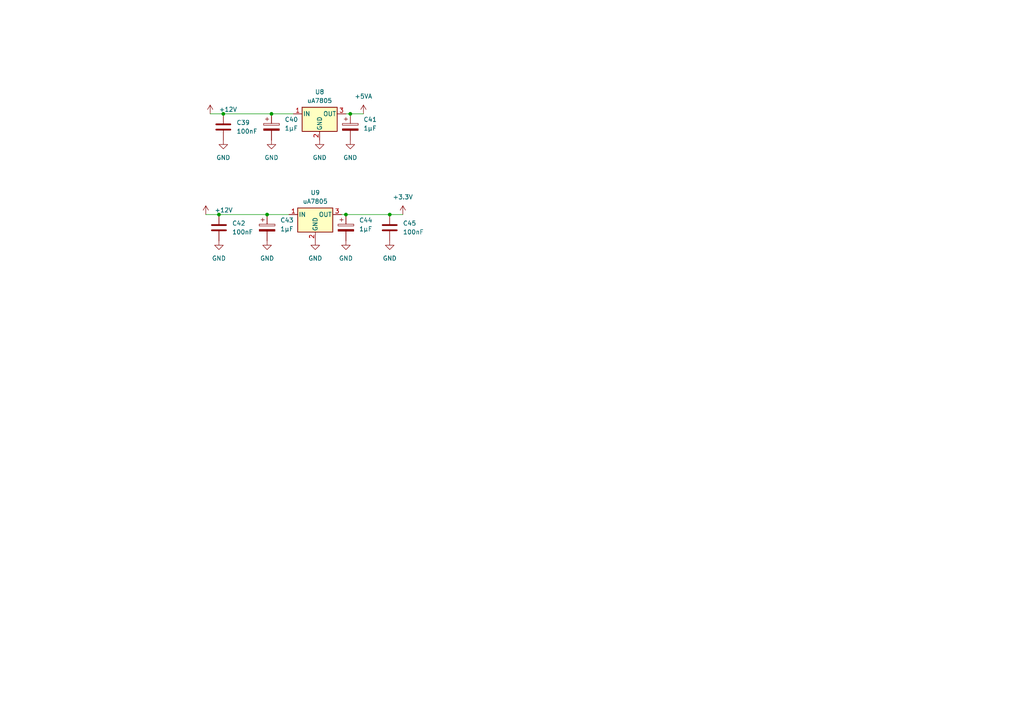
<source format=kicad_sch>
(kicad_sch (version 20230121) (generator eeschema)
  (paper "A4")
  (lib_symbols
    (symbol "Device:C" (pin_numbers hide) (pin_names (offset 0.254))
      (property "Reference" "C" (at 0.635 2.54 0))
      (property "Value" "C" (at 0.635 -2.54 0))
      (symbol "C_0_1"
        (polyline (pts (xy -2.032 -0.762) (xy 2.032 -0.762)) (stroke (width 0.508)))
        (polyline (pts (xy -2.032 0.762) (xy 2.032 0.762)) (stroke (width 0.508)))
      )
      (symbol "C_1_1"
        (pin passive line (at 0 3.81 270) (length 2.794) (name "~") (number "1"))
        (pin passive line (at 0 -3.81 90) (length 2.794) (name "~") (number "2"))
      )
    )
    (symbol "Device:C_Polarized" (pin_numbers hide) (pin_names (offset 0.254))
      (property "Reference" "C" (at 0.635 2.54 0))
      (property "Value" "C_Polarized" (at 0.635 -2.54 0))
      (symbol "C_Polarized_0_1"
        (rectangle (start -2.286 0.508) (end 2.286 1.016))
        (polyline (pts (xy -1.778 2.286) (xy -0.762 2.286)))
        (polyline (pts (xy -1.27 2.794) (xy -1.27 1.778)))
        (rectangle (start 2.286 -0.508) (end -2.286 -1.016) (fill (type outline)))
      )
      (symbol "C_Polarized_1_1"
        (pin passive line (at 0 3.81 270) (length 2.794) (name "~") (number "1"))
        (pin passive line (at 0 -3.81 90) (length 2.794) (name "~") (number "2"))
      )
    )
    (symbol "Regulator_Linear:uA7805" (pin_names (offset 0.254))
      (property "Reference" "U" (at -3.81 3.175 0))
      (property "Value" "uA7805" (at 0 3.175 0))
      (symbol "uA7805_0_1"
        (rectangle (start -5.08 1.905) (end 5.08 -5.08) (stroke (width 0.254)) (fill (type background)))
      )
      (symbol "uA7805_1_1"
        (pin power_in line (at -7.62 0 0) (length 2.54) (name "IN") (number "1"))
        (pin power_in line (at 0 -7.62 90) (length 2.54) (name "GND") (number "2"))
        (pin power_out line (at 7.62 0 180) (length 2.54) (name "OUT") (number "3"))
      )
    )
    (symbol "power:+12V" (power) (pin_names (offset 0))
      (property "Value" "+12V" (at 0 3.556 0))
      (symbol "+12V_0_1"
        (polyline (pts (xy -0.762 1.27) (xy 0 2.54)))
        (polyline (pts (xy 0 0) (xy 0 2.54)))
        (polyline (pts (xy 0 2.54) (xy 0.762 1.27)))
      )
      (symbol "+12V_1_1"
        (pin power_in line (at 0 0 90) (length 0) hide (name "+12V") (number "1"))
      )
    )
    (symbol "power:+5VA" (power) (pin_names (offset 0))
      (property "Value" "+5VA" (at 0 3.556 0))
      (symbol "+5VA_0_1"
        (polyline (pts (xy -0.762 1.27) (xy 0 2.54)))
        (polyline (pts (xy 0 0) (xy 0 2.54)))
        (polyline (pts (xy 0 2.54) (xy 0.762 1.27)))
      )
      (symbol "+5VA_1_1"
        (pin power_in line (at 0 0 90) (length 0) hide (name "+5VA") (number "1"))
      )
    )
    (symbol "power:+3.3V" (power) (pin_names (offset 0))
      (property "Value" "+3.3V" (at 0 3.556 0))
      (symbol "+3.3V_0_1"
        (polyline (pts (xy -0.762 1.27) (xy 0 2.54)))
        (polyline (pts (xy 0 0) (xy 0 2.54)))
        (polyline (pts (xy 0 2.54) (xy 0.762 1.27)))
      )
      (symbol "+3.3V_1_1"
        (pin power_in line (at 0 0 90) (length 0) hide (name "+3.3V") (number "1"))
      )
    )
    (symbol "power:GND" (power) (pin_names (offset 0))
      (property "Value" "GND" (at 0 -3.81 0))
      (symbol "GND_0_1"
        (polyline (pts (xy 0 0) (xy 0 -1.27) (xy 1.27 -1.27) (xy 0 -2.54) (xy -1.27 -1.27) (xy 0 -1.27)))
      )
      (symbol "GND_1_1"
        (pin power_in line (at 0 0 270) (length 0) hide (name "GND") (number "1"))
      )
    )
  )
  (junction (at 101.6 33.02))
  (junction (at 63.5 62.23))
  (junction (at 113.03 62.23))
  (junction (at 77.47 62.23))
  (junction (at 78.74 33.02))
  (junction (at 100.33 62.23))
  (junction (at 64.77 33.02))
  (wire (pts (xy 60.96 33.02) (xy 64.77 33.02)))
  (wire (pts (xy 116.84 62.23) (xy 113.03 62.23)))
  (wire (pts (xy 64.77 33.02) (xy 78.74 33.02)))
  (wire (pts (xy 77.47 62.23) (xy 83.82 62.23)))
  (wire (pts (xy 63.5 62.23) (xy 77.47 62.23)))
  (wire (pts (xy 101.6 33.02) (xy 105.41 33.02)))
  (wire (pts (xy 100.33 62.23) (xy 113.03 62.23)))
  (wire (pts (xy 59.69 62.23) (xy 63.5 62.23)))
  (wire (pts (xy 100.33 62.23) (xy 99.06 62.23)))
  (wire (pts (xy 101.6 33.02) (xy 100.33 33.02)))
  (wire (pts (xy 78.74 33.02) (xy 85.09 33.02)))
  (symbol (lib_id "power:GND") (at 64.77 40.64 0) (unit 1)
    (property "Reference" "#PWR051" (effects hide))
    (property "Value" "GND" (at 64.77 45.72 0))
  )
  (symbol (lib_id "power:+5VA") (at 105.41 33.02 0) (unit 1)
    (property "Reference" "#PWR050" (effects hide))
    (property "Value" "+5VA" (at 105.41 27.94 0))
  )
  (symbol (lib_id "Regulator_Linear:uA7805") (at 91.44 62.23 0) (unit 1)
    (property "Reference" "U9" (at 91.44 55.88 0))
    (property "Value" "uA7805" (at 91.44 58.42 0))
    (property "Footprint" "Package_TO_SOT_THT:TO-220-3_Vertical" (effects hide))
    (property "Datasheet" "http://www.ti.com/lit/ds/symlink/ua78.pdf" (effects hide))
  )
  (symbol (lib_id "Device:C_Polarized") (at 101.6 36.83 0) (unit 1)
    (property "Reference" "C41" (at 105.41 34.671 0) (effects (justify left)))
    (property "Value" "1µF" (at 105.41 37.211 0) (effects (justify left)))
    (property "Footprint" "Capacitor_Tantalum_SMD:CP_EIA-3216-18_Kemet-A" (effects hide))
  )
  (symbol (lib_id "power:GND") (at 113.03 69.85 0) (unit 1)
    (property "Reference" "#PWR061" (effects hide))
    (property "Value" "GND" (at 113.03 74.93 0))
  )
  (symbol (lib_id "power:GND") (at 63.5 69.85 0) (unit 1)
    (property "Reference" "#PWR056" (effects hide))
    (property "Value" "GND" (at 63.5 74.93 0))
  )
  (symbol (lib_id "power:+3.3V") (at 116.84 62.23 0) (unit 1)
    (property "Reference" "#PWR060" (effects hide))
    (property "Value" "+3.3V" (at 116.84 57.15 0))
  )
  (symbol (lib_id "power:GND") (at 78.74 40.64 0) (unit 1)
    (property "Reference" "#PWR052" (effects hide))
    (property "Value" "GND" (at 78.74 45.72 0))
  )
  (symbol (lib_id "power:GND") (at 92.71 40.64 0) (unit 1)
    (property "Reference" "#PWR053" (effects hide))
    (property "Value" "GND" (at 92.71 45.72 0))
  )
  (symbol (lib_id "Device:C") (at 63.5 66.04 0) (unit 1)
    (property "Reference" "C42" (at 67.31 64.77 0) (effects (justify left)))
    (property "Value" "100nF" (at 67.31 67.31 0) (effects (justify left)))
    (property "Footprint" "Capacitor_SMD:C_0603_1608Metric" (effects hide))
  )
  (symbol (lib_id "power:GND") (at 100.33 69.85 0) (unit 1)
    (property "Reference" "#PWR059" (effects hide))
    (property "Value" "GND" (at 100.33 74.93 0))
  )
  (symbol (lib_id "Device:C_Polarized") (at 77.47 66.04 0) (unit 1)
    (property "Reference" "C43" (at 81.28 63.881 0) (effects (justify left)))
    (property "Value" "1µF" (at 81.28 66.421 0) (effects (justify left)))
    (property "Footprint" "Capacitor_Tantalum_SMD:CP_EIA-3216-18_Kemet-A" (effects hide))
  )
  (symbol (lib_id "Regulator_Linear:uA7805") (at 92.71 33.02 0) (unit 1)
    (property "Reference" "U8" (at 92.71 26.67 0))
    (property "Value" "uA7805" (at 92.71 29.21 0))
    (property "Footprint" "Package_TO_SOT_THT:TO-220-3_Vertical" (effects hide))
    (property "Datasheet" "http://www.ti.com/lit/ds/symlink/ua78.pdf" (effects hide))
  )
  (symbol (lib_id "power:+12V") (at 60.96 33.02 0) (unit 1)
    (property "Reference" "#PWR044" (effects hide))
    (property "Value" "+12V" (at 63.5 31.75 0) (effects (justify left)))
  )
  (symbol (lib_id "Device:C_Polarized") (at 100.33 66.04 0) (unit 1)
    (property "Reference" "C44" (at 104.14 63.881 0) (effects (justify left)))
    (property "Value" "1µF" (at 104.14 66.421 0) (effects (justify left)))
    (property "Footprint" "Capacitor_Tantalum_SMD:CP_EIA-3216-18_Kemet-A" (effects hide))
  )
  (symbol (lib_id "Device:C") (at 64.77 36.83 0) (unit 1)
    (property "Reference" "C39" (at 68.58 35.56 0) (effects (justify left)))
    (property "Value" "100nF" (at 68.58 38.1 0) (effects (justify left)))
    (property "Footprint" "Capacitor_SMD:C_0603_1608Metric" (effects hide))
  )
  (symbol (lib_id "Device:C") (at 113.03 66.04 0) (unit 1)
    (property "Reference" "C45" (at 116.84 64.77 0) (effects (justify left)))
    (property "Value" "100nF" (at 116.84 67.31 0) (effects (justify left)))
    (property "Footprint" "Capacitor_SMD:C_0603_1608Metric" (effects hide))
  )
  (symbol (lib_id "Device:C_Polarized") (at 78.74 36.83 0) (unit 1)
    (property "Reference" "C40" (at 82.55 34.671 0) (effects (justify left)))
    (property "Value" "1µF" (at 82.55 37.211 0) (effects (justify left)))
    (property "Footprint" "Capacitor_Tantalum_SMD:CP_EIA-3216-18_Kemet-A" (effects hide))
  )
  (symbol (lib_id "power:GND") (at 77.47 69.85 0) (unit 1)
    (property "Reference" "#PWR057" (effects hide))
    (property "Value" "GND" (at 77.47 74.93 0))
  )
  (symbol (lib_id "power:GND") (at 101.6 40.64 0) (unit 1)
    (property "Reference" "#PWR054" (effects hide))
    (property "Value" "GND" (at 101.6 45.72 0))
  )
  (symbol (lib_id "power:GND") (at 91.44 69.85 0) (unit 1)
    (property "Reference" "#PWR058" (effects hide))
    (property "Value" "GND" (at 91.44 74.93 0))
  )
  (symbol (lib_id "power:+12V") (at 59.69 62.23 0) (unit 1)
    (property "Reference" "#PWR055" (effects hide))
    (property "Value" "+12V" (at 62.23 60.96 0) (effects (justify left)))
  )
)
</source>
